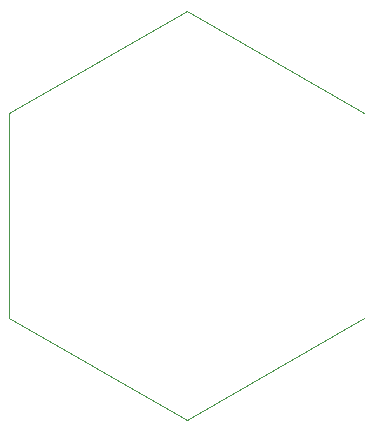
<source format=gbr>
G04*
G04 #@! TF.GenerationSoftware,Altium Limited,Altium Designer,25.8.1 (18)*
G04*
G04 Layer_Color=8388736*
%FSLAX25Y25*%
%MOIN*%
G70*
G04*
G04 #@! TF.SameCoordinates,CA0B9550-AE98-4C71-85A6-844D78770B91*
G04*
G04*
G04 #@! TF.FilePolarity,Positive*
G04*
G01*
G75*
%ADD78C,0.00394*%
D78*
X-118415Y-34094D02*
Y34094D01*
Y-34094D02*
X-59360Y-68189D01*
X-305Y-34094D01*
X-59360Y68189D02*
X-305Y34094D01*
X-118415D02*
X-59360Y68189D01*
M02*

</source>
